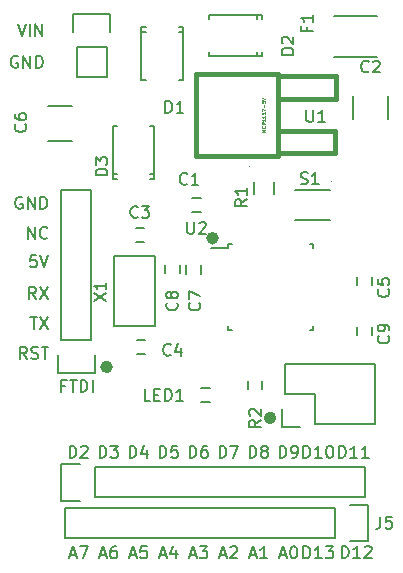
<source format=gto>
G04 #@! TF.FileFunction,Legend,Top*
%FSLAX46Y46*%
G04 Gerber Fmt 4.6, Leading zero omitted, Abs format (unit mm)*
G04 Created by KiCad (PCBNEW 4.0.1-3.201512221402+6198~38~ubuntu14.04.1-stable) date Tue 12 Jul 2016 08:06:01 PM PDT*
%MOMM*%
G01*
G04 APERTURE LIST*
%ADD10C,0.100000*%
%ADD11C,0.177800*%
%ADD12C,0.203200*%
%ADD13C,0.508000*%
%ADD14C,0.150000*%
%ADD15C,0.381000*%
%ADD16C,0.152400*%
%ADD17C,0.074930*%
%ADD18C,0.076200*%
G04 APERTURE END LIST*
D10*
D11*
X134222067Y-125681619D02*
X134222067Y-124665619D01*
X134463972Y-124665619D01*
X134609114Y-124714000D01*
X134705876Y-124810762D01*
X134754257Y-124907524D01*
X134802638Y-125101048D01*
X134802638Y-125246190D01*
X134754257Y-125439714D01*
X134705876Y-125536476D01*
X134609114Y-125633238D01*
X134463972Y-125681619D01*
X134222067Y-125681619D01*
X135770257Y-125681619D02*
X135189686Y-125681619D01*
X135479972Y-125681619D02*
X135479972Y-124665619D01*
X135383210Y-124810762D01*
X135286448Y-124907524D01*
X135189686Y-124955905D01*
X136737876Y-125681619D02*
X136157305Y-125681619D01*
X136447591Y-125681619D02*
X136447591Y-124665619D01*
X136350829Y-124810762D01*
X136254067Y-124907524D01*
X136157305Y-124955905D01*
X131224867Y-125681619D02*
X131224867Y-124665619D01*
X131466772Y-124665619D01*
X131611914Y-124714000D01*
X131708676Y-124810762D01*
X131757057Y-124907524D01*
X131805438Y-125101048D01*
X131805438Y-125246190D01*
X131757057Y-125439714D01*
X131708676Y-125536476D01*
X131611914Y-125633238D01*
X131466772Y-125681619D01*
X131224867Y-125681619D01*
X132773057Y-125681619D02*
X132192486Y-125681619D01*
X132482772Y-125681619D02*
X132482772Y-124665619D01*
X132386010Y-124810762D01*
X132289248Y-124907524D01*
X132192486Y-124955905D01*
X133402010Y-124665619D02*
X133498771Y-124665619D01*
X133595533Y-124714000D01*
X133643914Y-124762381D01*
X133692295Y-124859143D01*
X133740676Y-125052667D01*
X133740676Y-125294571D01*
X133692295Y-125488095D01*
X133643914Y-125584857D01*
X133595533Y-125633238D01*
X133498771Y-125681619D01*
X133402010Y-125681619D01*
X133305248Y-125633238D01*
X133256867Y-125584857D01*
X133208486Y-125488095D01*
X133160105Y-125294571D01*
X133160105Y-125052667D01*
X133208486Y-124859143D01*
X133256867Y-124762381D01*
X133305248Y-124714000D01*
X133402010Y-124665619D01*
X129195286Y-125681619D02*
X129195286Y-124665619D01*
X129437191Y-124665619D01*
X129582333Y-124714000D01*
X129679095Y-124810762D01*
X129727476Y-124907524D01*
X129775857Y-125101048D01*
X129775857Y-125246190D01*
X129727476Y-125439714D01*
X129679095Y-125536476D01*
X129582333Y-125633238D01*
X129437191Y-125681619D01*
X129195286Y-125681619D01*
X130259667Y-125681619D02*
X130453191Y-125681619D01*
X130549952Y-125633238D01*
X130598333Y-125584857D01*
X130695095Y-125439714D01*
X130743476Y-125246190D01*
X130743476Y-124859143D01*
X130695095Y-124762381D01*
X130646714Y-124714000D01*
X130549952Y-124665619D01*
X130356429Y-124665619D01*
X130259667Y-124714000D01*
X130211286Y-124762381D01*
X130162905Y-124859143D01*
X130162905Y-125101048D01*
X130211286Y-125197810D01*
X130259667Y-125246190D01*
X130356429Y-125294571D01*
X130549952Y-125294571D01*
X130646714Y-125246190D01*
X130695095Y-125197810D01*
X130743476Y-125101048D01*
X126655286Y-125681619D02*
X126655286Y-124665619D01*
X126897191Y-124665619D01*
X127042333Y-124714000D01*
X127139095Y-124810762D01*
X127187476Y-124907524D01*
X127235857Y-125101048D01*
X127235857Y-125246190D01*
X127187476Y-125439714D01*
X127139095Y-125536476D01*
X127042333Y-125633238D01*
X126897191Y-125681619D01*
X126655286Y-125681619D01*
X127816429Y-125101048D02*
X127719667Y-125052667D01*
X127671286Y-125004286D01*
X127622905Y-124907524D01*
X127622905Y-124859143D01*
X127671286Y-124762381D01*
X127719667Y-124714000D01*
X127816429Y-124665619D01*
X128009952Y-124665619D01*
X128106714Y-124714000D01*
X128155095Y-124762381D01*
X128203476Y-124859143D01*
X128203476Y-124907524D01*
X128155095Y-125004286D01*
X128106714Y-125052667D01*
X128009952Y-125101048D01*
X127816429Y-125101048D01*
X127719667Y-125149429D01*
X127671286Y-125197810D01*
X127622905Y-125294571D01*
X127622905Y-125488095D01*
X127671286Y-125584857D01*
X127719667Y-125633238D01*
X127816429Y-125681619D01*
X128009952Y-125681619D01*
X128106714Y-125633238D01*
X128155095Y-125584857D01*
X128203476Y-125488095D01*
X128203476Y-125294571D01*
X128155095Y-125197810D01*
X128106714Y-125149429D01*
X128009952Y-125101048D01*
X124115286Y-125681619D02*
X124115286Y-124665619D01*
X124357191Y-124665619D01*
X124502333Y-124714000D01*
X124599095Y-124810762D01*
X124647476Y-124907524D01*
X124695857Y-125101048D01*
X124695857Y-125246190D01*
X124647476Y-125439714D01*
X124599095Y-125536476D01*
X124502333Y-125633238D01*
X124357191Y-125681619D01*
X124115286Y-125681619D01*
X125034524Y-124665619D02*
X125711857Y-124665619D01*
X125276429Y-125681619D01*
X121575286Y-125681619D02*
X121575286Y-124665619D01*
X121817191Y-124665619D01*
X121962333Y-124714000D01*
X122059095Y-124810762D01*
X122107476Y-124907524D01*
X122155857Y-125101048D01*
X122155857Y-125246190D01*
X122107476Y-125439714D01*
X122059095Y-125536476D01*
X121962333Y-125633238D01*
X121817191Y-125681619D01*
X121575286Y-125681619D01*
X123026714Y-124665619D02*
X122833191Y-124665619D01*
X122736429Y-124714000D01*
X122688048Y-124762381D01*
X122591286Y-124907524D01*
X122542905Y-125101048D01*
X122542905Y-125488095D01*
X122591286Y-125584857D01*
X122639667Y-125633238D01*
X122736429Y-125681619D01*
X122929952Y-125681619D01*
X123026714Y-125633238D01*
X123075095Y-125584857D01*
X123123476Y-125488095D01*
X123123476Y-125246190D01*
X123075095Y-125149429D01*
X123026714Y-125101048D01*
X122929952Y-125052667D01*
X122736429Y-125052667D01*
X122639667Y-125101048D01*
X122591286Y-125149429D01*
X122542905Y-125246190D01*
X119035286Y-125681619D02*
X119035286Y-124665619D01*
X119277191Y-124665619D01*
X119422333Y-124714000D01*
X119519095Y-124810762D01*
X119567476Y-124907524D01*
X119615857Y-125101048D01*
X119615857Y-125246190D01*
X119567476Y-125439714D01*
X119519095Y-125536476D01*
X119422333Y-125633238D01*
X119277191Y-125681619D01*
X119035286Y-125681619D01*
X120535095Y-124665619D02*
X120051286Y-124665619D01*
X120002905Y-125149429D01*
X120051286Y-125101048D01*
X120148048Y-125052667D01*
X120389952Y-125052667D01*
X120486714Y-125101048D01*
X120535095Y-125149429D01*
X120583476Y-125246190D01*
X120583476Y-125488095D01*
X120535095Y-125584857D01*
X120486714Y-125633238D01*
X120389952Y-125681619D01*
X120148048Y-125681619D01*
X120051286Y-125633238D01*
X120002905Y-125584857D01*
X116495286Y-125681619D02*
X116495286Y-124665619D01*
X116737191Y-124665619D01*
X116882333Y-124714000D01*
X116979095Y-124810762D01*
X117027476Y-124907524D01*
X117075857Y-125101048D01*
X117075857Y-125246190D01*
X117027476Y-125439714D01*
X116979095Y-125536476D01*
X116882333Y-125633238D01*
X116737191Y-125681619D01*
X116495286Y-125681619D01*
X117946714Y-125004286D02*
X117946714Y-125681619D01*
X117704810Y-124617238D02*
X117462905Y-125342952D01*
X118091857Y-125342952D01*
X113955286Y-125681619D02*
X113955286Y-124665619D01*
X114197191Y-124665619D01*
X114342333Y-124714000D01*
X114439095Y-124810762D01*
X114487476Y-124907524D01*
X114535857Y-125101048D01*
X114535857Y-125246190D01*
X114487476Y-125439714D01*
X114439095Y-125536476D01*
X114342333Y-125633238D01*
X114197191Y-125681619D01*
X113955286Y-125681619D01*
X114874524Y-124665619D02*
X115503476Y-124665619D01*
X115164810Y-125052667D01*
X115309952Y-125052667D01*
X115406714Y-125101048D01*
X115455095Y-125149429D01*
X115503476Y-125246190D01*
X115503476Y-125488095D01*
X115455095Y-125584857D01*
X115406714Y-125633238D01*
X115309952Y-125681619D01*
X115019667Y-125681619D01*
X114922905Y-125633238D01*
X114874524Y-125584857D01*
X111415286Y-125681619D02*
X111415286Y-124665619D01*
X111657191Y-124665619D01*
X111802333Y-124714000D01*
X111899095Y-124810762D01*
X111947476Y-124907524D01*
X111995857Y-125101048D01*
X111995857Y-125246190D01*
X111947476Y-125439714D01*
X111899095Y-125536476D01*
X111802333Y-125633238D01*
X111657191Y-125681619D01*
X111415286Y-125681619D01*
X112382905Y-124762381D02*
X112431286Y-124714000D01*
X112528048Y-124665619D01*
X112769952Y-124665619D01*
X112866714Y-124714000D01*
X112915095Y-124762381D01*
X112963476Y-124859143D01*
X112963476Y-124955905D01*
X112915095Y-125101048D01*
X112334524Y-125681619D01*
X112963476Y-125681619D01*
X134476067Y-134165219D02*
X134476067Y-133149219D01*
X134717972Y-133149219D01*
X134863114Y-133197600D01*
X134959876Y-133294362D01*
X135008257Y-133391124D01*
X135056638Y-133584648D01*
X135056638Y-133729790D01*
X135008257Y-133923314D01*
X134959876Y-134020076D01*
X134863114Y-134116838D01*
X134717972Y-134165219D01*
X134476067Y-134165219D01*
X136024257Y-134165219D02*
X135443686Y-134165219D01*
X135733972Y-134165219D02*
X135733972Y-133149219D01*
X135637210Y-133294362D01*
X135540448Y-133391124D01*
X135443686Y-133439505D01*
X136411305Y-133245981D02*
X136459686Y-133197600D01*
X136556448Y-133149219D01*
X136798352Y-133149219D01*
X136895114Y-133197600D01*
X136943495Y-133245981D01*
X136991876Y-133342743D01*
X136991876Y-133439505D01*
X136943495Y-133584648D01*
X136362924Y-134165219D01*
X136991876Y-134165219D01*
X131224867Y-134190619D02*
X131224867Y-133174619D01*
X131466772Y-133174619D01*
X131611914Y-133223000D01*
X131708676Y-133319762D01*
X131757057Y-133416524D01*
X131805438Y-133610048D01*
X131805438Y-133755190D01*
X131757057Y-133948714D01*
X131708676Y-134045476D01*
X131611914Y-134142238D01*
X131466772Y-134190619D01*
X131224867Y-134190619D01*
X132773057Y-134190619D02*
X132192486Y-134190619D01*
X132482772Y-134190619D02*
X132482772Y-133174619D01*
X132386010Y-133319762D01*
X132289248Y-133416524D01*
X132192486Y-133464905D01*
X133111724Y-133174619D02*
X133740676Y-133174619D01*
X133402010Y-133561667D01*
X133547152Y-133561667D01*
X133643914Y-133610048D01*
X133692295Y-133658429D01*
X133740676Y-133755190D01*
X133740676Y-133997095D01*
X133692295Y-134093857D01*
X133643914Y-134142238D01*
X133547152Y-134190619D01*
X133256867Y-134190619D01*
X133160105Y-134142238D01*
X133111724Y-134093857D01*
X129241248Y-133900333D02*
X129725057Y-133900333D01*
X129144486Y-134190619D02*
X129483153Y-133174619D01*
X129821819Y-134190619D01*
X130354010Y-133174619D02*
X130450771Y-133174619D01*
X130547533Y-133223000D01*
X130595914Y-133271381D01*
X130644295Y-133368143D01*
X130692676Y-133561667D01*
X130692676Y-133803571D01*
X130644295Y-133997095D01*
X130595914Y-134093857D01*
X130547533Y-134142238D01*
X130450771Y-134190619D01*
X130354010Y-134190619D01*
X130257248Y-134142238D01*
X130208867Y-134093857D01*
X130160486Y-133997095D01*
X130112105Y-133803571D01*
X130112105Y-133561667D01*
X130160486Y-133368143D01*
X130208867Y-133271381D01*
X130257248Y-133223000D01*
X130354010Y-133174619D01*
X126701248Y-133900333D02*
X127185057Y-133900333D01*
X126604486Y-134190619D02*
X126943153Y-133174619D01*
X127281819Y-134190619D01*
X128152676Y-134190619D02*
X127572105Y-134190619D01*
X127862391Y-134190619D02*
X127862391Y-133174619D01*
X127765629Y-133319762D01*
X127668867Y-133416524D01*
X127572105Y-133464905D01*
X124161248Y-133900333D02*
X124645057Y-133900333D01*
X124064486Y-134190619D02*
X124403153Y-133174619D01*
X124741819Y-134190619D01*
X125032105Y-133271381D02*
X125080486Y-133223000D01*
X125177248Y-133174619D01*
X125419152Y-133174619D01*
X125515914Y-133223000D01*
X125564295Y-133271381D01*
X125612676Y-133368143D01*
X125612676Y-133464905D01*
X125564295Y-133610048D01*
X124983724Y-134190619D01*
X125612676Y-134190619D01*
X121621248Y-133900333D02*
X122105057Y-133900333D01*
X121524486Y-134190619D02*
X121863153Y-133174619D01*
X122201819Y-134190619D01*
X122443724Y-133174619D02*
X123072676Y-133174619D01*
X122734010Y-133561667D01*
X122879152Y-133561667D01*
X122975914Y-133610048D01*
X123024295Y-133658429D01*
X123072676Y-133755190D01*
X123072676Y-133997095D01*
X123024295Y-134093857D01*
X122975914Y-134142238D01*
X122879152Y-134190619D01*
X122588867Y-134190619D01*
X122492105Y-134142238D01*
X122443724Y-134093857D01*
X119081248Y-133900333D02*
X119565057Y-133900333D01*
X118984486Y-134190619D02*
X119323153Y-133174619D01*
X119661819Y-134190619D01*
X120435914Y-133513286D02*
X120435914Y-134190619D01*
X120194010Y-133126238D02*
X119952105Y-133851952D01*
X120581057Y-133851952D01*
X116541248Y-133900333D02*
X117025057Y-133900333D01*
X116444486Y-134190619D02*
X116783153Y-133174619D01*
X117121819Y-134190619D01*
X117944295Y-133174619D02*
X117460486Y-133174619D01*
X117412105Y-133658429D01*
X117460486Y-133610048D01*
X117557248Y-133561667D01*
X117799152Y-133561667D01*
X117895914Y-133610048D01*
X117944295Y-133658429D01*
X117992676Y-133755190D01*
X117992676Y-133997095D01*
X117944295Y-134093857D01*
X117895914Y-134142238D01*
X117799152Y-134190619D01*
X117557248Y-134190619D01*
X117460486Y-134142238D01*
X117412105Y-134093857D01*
X114001248Y-133900333D02*
X114485057Y-133900333D01*
X113904486Y-134190619D02*
X114243153Y-133174619D01*
X114581819Y-134190619D01*
X115355914Y-133174619D02*
X115162391Y-133174619D01*
X115065629Y-133223000D01*
X115017248Y-133271381D01*
X114920486Y-133416524D01*
X114872105Y-133610048D01*
X114872105Y-133997095D01*
X114920486Y-134093857D01*
X114968867Y-134142238D01*
X115065629Y-134190619D01*
X115259152Y-134190619D01*
X115355914Y-134142238D01*
X115404295Y-134093857D01*
X115452676Y-133997095D01*
X115452676Y-133755190D01*
X115404295Y-133658429D01*
X115355914Y-133610048D01*
X115259152Y-133561667D01*
X115065629Y-133561667D01*
X114968867Y-133610048D01*
X114920486Y-133658429D01*
X114872105Y-133755190D01*
X111461248Y-133900333D02*
X111945057Y-133900333D01*
X111364486Y-134190619D02*
X111703153Y-133174619D01*
X112041819Y-134190619D01*
X112283724Y-133174619D02*
X112961057Y-133174619D01*
X112525629Y-134190619D01*
D12*
X111050009Y-119561429D02*
X110711343Y-119561429D01*
X110711343Y-120093619D02*
X110711343Y-119077619D01*
X111195152Y-119077619D01*
X111437057Y-119077619D02*
X112017628Y-119077619D01*
X111727343Y-120093619D02*
X111727343Y-119077619D01*
X112356295Y-120093619D02*
X112356295Y-119077619D01*
X112598200Y-119077619D01*
X112743342Y-119126000D01*
X112840104Y-119222762D01*
X112888485Y-119319524D01*
X112936866Y-119513048D01*
X112936866Y-119658190D01*
X112888485Y-119851714D01*
X112840104Y-119948476D01*
X112743342Y-120045238D01*
X112598200Y-120093619D01*
X112356295Y-120093619D01*
X113372295Y-120093619D02*
X113372295Y-119077619D01*
X107889524Y-107139619D02*
X107889524Y-106123619D01*
X108470095Y-107139619D01*
X108470095Y-106123619D01*
X109534476Y-107042857D02*
X109486095Y-107091238D01*
X109340952Y-107139619D01*
X109244190Y-107139619D01*
X109099048Y-107091238D01*
X109002286Y-106994476D01*
X108953905Y-106897714D01*
X108905524Y-106704190D01*
X108905524Y-106559048D01*
X108953905Y-106365524D01*
X109002286Y-106268762D01*
X109099048Y-106172000D01*
X109244190Y-106123619D01*
X109340952Y-106123619D01*
X109486095Y-106172000D01*
X109534476Y-106220381D01*
D13*
X114837981Y-117983000D02*
G75*
G03X114837981Y-117983000I-283981J0D01*
G01*
X123804181Y-107086400D02*
G75*
G03X123804181Y-107086400I-283981J0D01*
G01*
X128680981Y-122301000D02*
G75*
G03X128680981Y-122301000I-283981J0D01*
G01*
D12*
X107024714Y-91694000D02*
X106927952Y-91645619D01*
X106782809Y-91645619D01*
X106637667Y-91694000D01*
X106540905Y-91790762D01*
X106492524Y-91887524D01*
X106444143Y-92081048D01*
X106444143Y-92226190D01*
X106492524Y-92419714D01*
X106540905Y-92516476D01*
X106637667Y-92613238D01*
X106782809Y-92661619D01*
X106879571Y-92661619D01*
X107024714Y-92613238D01*
X107073095Y-92564857D01*
X107073095Y-92226190D01*
X106879571Y-92226190D01*
X107508524Y-92661619D02*
X107508524Y-91645619D01*
X108089095Y-92661619D01*
X108089095Y-91645619D01*
X108572905Y-92661619D02*
X108572905Y-91645619D01*
X108814810Y-91645619D01*
X108959952Y-91694000D01*
X109056714Y-91790762D01*
X109105095Y-91887524D01*
X109153476Y-92081048D01*
X109153476Y-92226190D01*
X109105095Y-92419714D01*
X109056714Y-92516476D01*
X108959952Y-92613238D01*
X108814810Y-92661619D01*
X108572905Y-92661619D01*
X107024714Y-88978619D02*
X107363381Y-89994619D01*
X107702047Y-88978619D01*
X108040714Y-89994619D02*
X108040714Y-88978619D01*
X108524524Y-89994619D02*
X108524524Y-88978619D01*
X109105095Y-89994619D01*
X109105095Y-88978619D01*
X107792762Y-117299619D02*
X107454096Y-116815810D01*
X107212191Y-117299619D02*
X107212191Y-116283619D01*
X107599238Y-116283619D01*
X107696000Y-116332000D01*
X107744381Y-116380381D01*
X107792762Y-116477143D01*
X107792762Y-116622286D01*
X107744381Y-116719048D01*
X107696000Y-116767429D01*
X107599238Y-116815810D01*
X107212191Y-116815810D01*
X108179810Y-117251238D02*
X108324953Y-117299619D01*
X108566857Y-117299619D01*
X108663619Y-117251238D01*
X108712000Y-117202857D01*
X108760381Y-117106095D01*
X108760381Y-117009333D01*
X108712000Y-116912571D01*
X108663619Y-116864190D01*
X108566857Y-116815810D01*
X108373334Y-116767429D01*
X108276572Y-116719048D01*
X108228191Y-116670667D01*
X108179810Y-116573905D01*
X108179810Y-116477143D01*
X108228191Y-116380381D01*
X108276572Y-116332000D01*
X108373334Y-116283619D01*
X108615238Y-116283619D01*
X108760381Y-116332000D01*
X109050667Y-116283619D02*
X109631238Y-116283619D01*
X109340953Y-117299619D02*
X109340953Y-116283619D01*
X108083048Y-113743619D02*
X108663619Y-113743619D01*
X108373334Y-114759619D02*
X108373334Y-113743619D01*
X108905524Y-113743619D02*
X109582857Y-114759619D01*
X109582857Y-113743619D02*
X108905524Y-114759619D01*
X108566857Y-112219619D02*
X108228191Y-111735810D01*
X107986286Y-112219619D02*
X107986286Y-111203619D01*
X108373333Y-111203619D01*
X108470095Y-111252000D01*
X108518476Y-111300381D01*
X108566857Y-111397143D01*
X108566857Y-111542286D01*
X108518476Y-111639048D01*
X108470095Y-111687429D01*
X108373333Y-111735810D01*
X107986286Y-111735810D01*
X108905524Y-111203619D02*
X109582857Y-112219619D01*
X109582857Y-111203619D02*
X108905524Y-112219619D01*
X108615238Y-108536619D02*
X108131429Y-108536619D01*
X108083048Y-109020429D01*
X108131429Y-108972048D01*
X108228191Y-108923667D01*
X108470095Y-108923667D01*
X108566857Y-108972048D01*
X108615238Y-109020429D01*
X108663619Y-109117190D01*
X108663619Y-109359095D01*
X108615238Y-109455857D01*
X108566857Y-109504238D01*
X108470095Y-109552619D01*
X108228191Y-109552619D01*
X108131429Y-109504238D01*
X108083048Y-109455857D01*
X108953905Y-108536619D02*
X109292572Y-109552619D01*
X109631238Y-108536619D01*
X107405714Y-103632000D02*
X107308952Y-103583619D01*
X107163809Y-103583619D01*
X107018667Y-103632000D01*
X106921905Y-103728762D01*
X106873524Y-103825524D01*
X106825143Y-104019048D01*
X106825143Y-104164190D01*
X106873524Y-104357714D01*
X106921905Y-104454476D01*
X107018667Y-104551238D01*
X107163809Y-104599619D01*
X107260571Y-104599619D01*
X107405714Y-104551238D01*
X107454095Y-104502857D01*
X107454095Y-104164190D01*
X107260571Y-104164190D01*
X107889524Y-104599619D02*
X107889524Y-103583619D01*
X108470095Y-104599619D01*
X108470095Y-103583619D01*
X108953905Y-104599619D02*
X108953905Y-103583619D01*
X109195810Y-103583619D01*
X109340952Y-103632000D01*
X109437714Y-103728762D01*
X109486095Y-103825524D01*
X109534476Y-104019048D01*
X109534476Y-104164190D01*
X109486095Y-104357714D01*
X109437714Y-104454476D01*
X109340952Y-104551238D01*
X109195810Y-104599619D01*
X108953905Y-104599619D01*
D14*
X124822800Y-107576200D02*
X124822800Y-107901200D01*
X132072800Y-107576200D02*
X132072800Y-107901200D01*
X132072800Y-114826200D02*
X132072800Y-114501200D01*
X124822800Y-114826200D02*
X124822800Y-114501200D01*
X124822800Y-107576200D02*
X125147800Y-107576200D01*
X124822800Y-114826200D02*
X125147800Y-114826200D01*
X132072800Y-114826200D02*
X131747800Y-114826200D01*
X132072800Y-107576200D02*
X131747800Y-107576200D01*
X124822800Y-107901200D02*
X123397800Y-107901200D01*
X133468320Y-103017000D02*
X130468320Y-103017000D01*
X133468320Y-105517000D02*
X130468320Y-105517000D01*
D10*
X133575000Y-102267000D02*
X133575000Y-102267000D01*
X126652980Y-100953820D02*
X126652980Y-100953820D01*
D14*
X122524000Y-104867000D02*
X121824000Y-104867000D01*
X121824000Y-103667000D02*
X122524000Y-103667000D01*
X138381000Y-97012000D02*
X138381000Y-95012000D01*
X135431000Y-95012000D02*
X135431000Y-97012000D01*
X117010000Y-106207000D02*
X117710000Y-106207000D01*
X117710000Y-107407000D02*
X117010000Y-107407000D01*
X117825000Y-116932000D02*
X117125000Y-116932000D01*
X117125000Y-115732000D02*
X117825000Y-115732000D01*
X135798000Y-111094000D02*
X135798000Y-110394000D01*
X136998000Y-110394000D02*
X136998000Y-111094000D01*
X109617000Y-98884000D02*
X111617000Y-98884000D01*
X111617000Y-95934000D02*
X109617000Y-95934000D01*
X121320000Y-110090000D02*
X121320000Y-109390000D01*
X122520000Y-109390000D02*
X122520000Y-110090000D01*
X119542000Y-110078000D02*
X119542000Y-109378000D01*
X120742000Y-109378000D02*
X120742000Y-110078000D01*
X136998000Y-114585000D02*
X136998000Y-115285000D01*
X135798000Y-115285000D02*
X135798000Y-114585000D01*
X117502940Y-89640860D02*
X117853460Y-89640860D01*
X121003060Y-89640860D02*
X120652540Y-89640860D01*
X117502940Y-93690440D02*
X117853460Y-93690440D01*
X117502940Y-89189560D02*
X117853460Y-89189560D01*
X121003060Y-89189560D02*
X120652540Y-89189560D01*
X121003060Y-93690440D02*
X120652540Y-93690440D01*
X117502940Y-89189560D02*
X117502940Y-93690440D01*
X121003060Y-89189560D02*
X121003060Y-93690440D01*
X127275140Y-88165940D02*
X127275140Y-88516460D01*
X127275140Y-91666060D02*
X127275140Y-91315540D01*
X123225560Y-88165940D02*
X123225560Y-88516460D01*
X127726440Y-88165940D02*
X127726440Y-88516460D01*
X127726440Y-91666060D02*
X127726440Y-91315540D01*
X123225560Y-91666060D02*
X123225560Y-91315540D01*
X127726440Y-88165940D02*
X123225560Y-88165940D01*
X127726440Y-91666060D02*
X123225560Y-91666060D01*
X118590060Y-101621140D02*
X118239540Y-101621140D01*
X115089940Y-101621140D02*
X115440460Y-101621140D01*
X118590060Y-97571560D02*
X118239540Y-97571560D01*
X118590060Y-102072440D02*
X118239540Y-102072440D01*
X115089940Y-102072440D02*
X115440460Y-102072440D01*
X115089940Y-97571560D02*
X115440460Y-97571560D01*
X118590060Y-102072440D02*
X118590060Y-97571560D01*
X115089940Y-102072440D02*
X115089940Y-97571560D01*
X133836000Y-91768000D02*
X137436000Y-91768000D01*
X137436000Y-88318000D02*
X133836000Y-88318000D01*
X114554000Y-90932000D02*
X114554000Y-93472000D01*
X114834000Y-88112000D02*
X114834000Y-89662000D01*
X114554000Y-90932000D02*
X112014000Y-90932000D01*
X111734000Y-89662000D02*
X111734000Y-88112000D01*
X111734000Y-88112000D02*
X114834000Y-88112000D01*
X112014000Y-90932000D02*
X112014000Y-93472000D01*
X112014000Y-93472000D02*
X114554000Y-93472000D01*
X113538000Y-126492000D02*
X136398000Y-126492000D01*
X136398000Y-126492000D02*
X136398000Y-129032000D01*
X136398000Y-129032000D02*
X113538000Y-129032000D01*
X110718000Y-126212000D02*
X112268000Y-126212000D01*
X113538000Y-126492000D02*
X113538000Y-129032000D01*
X112268000Y-129312000D02*
X110718000Y-129312000D01*
X110718000Y-129312000D02*
X110718000Y-126212000D01*
X133883400Y-132486400D02*
X111023400Y-132486400D01*
X111023400Y-132486400D02*
X111023400Y-129946400D01*
X111023400Y-129946400D02*
X133883400Y-129946400D01*
X136703400Y-132766400D02*
X135153400Y-132766400D01*
X133883400Y-132486400D02*
X133883400Y-129946400D01*
X135153400Y-129666400D02*
X136703400Y-129666400D01*
X136703400Y-129666400D02*
X136703400Y-132766400D01*
X122586000Y-119796000D02*
X123286000Y-119796000D01*
X123286000Y-120996000D02*
X122586000Y-120996000D01*
X128739000Y-103370000D02*
X128739000Y-102370000D01*
X127039000Y-102370000D02*
X127039000Y-103370000D01*
X127727000Y-119145000D02*
X127727000Y-119845000D01*
X126527000Y-119845000D02*
X126527000Y-119145000D01*
D15*
X133951980Y-95298260D02*
X129052320Y-95298260D01*
X133951980Y-95298260D02*
X133951980Y-93395800D01*
X133951980Y-93395800D02*
X129052320Y-93395800D01*
X133903720Y-99898200D02*
X129052320Y-99898200D01*
X133903720Y-99898200D02*
X133903720Y-97995740D01*
X133903720Y-97995740D02*
X129052320Y-97995740D01*
X122153680Y-100096320D02*
X122153680Y-93197680D01*
X122153680Y-93197680D02*
X129052320Y-93197680D01*
X129052320Y-93197680D02*
X129052320Y-100096320D01*
X129052320Y-100096320D02*
X122153680Y-100096320D01*
D16*
X115189000Y-108559600D02*
X118694200Y-108559600D01*
X115189000Y-108559600D02*
X115189000Y-114554000D01*
X118694200Y-108559600D02*
X118694200Y-114554000D01*
X115189000Y-114554000D02*
X118694200Y-114554000D01*
D14*
X110718600Y-115722400D02*
X110718600Y-103022400D01*
X110718600Y-103022400D02*
X113258600Y-103022400D01*
X113258600Y-103022400D02*
X113258600Y-115722400D01*
X110438600Y-118542400D02*
X110438600Y-116992400D01*
X110718600Y-115722400D02*
X113258600Y-115722400D01*
X113538600Y-116992400D02*
X113538600Y-118542400D01*
X113538600Y-118542400D02*
X110438600Y-118542400D01*
X132207000Y-122809000D02*
X137287000Y-122809000D01*
X129387000Y-123089000D02*
X129387000Y-121539000D01*
X129667000Y-120269000D02*
X132207000Y-120269000D01*
X132207000Y-120269000D02*
X132207000Y-122809000D01*
X137287000Y-122809000D02*
X137287000Y-117729000D01*
X137287000Y-117729000D02*
X132207000Y-117729000D01*
X129387000Y-123089000D02*
X130937000Y-123089000D01*
X129667000Y-117729000D02*
X129667000Y-120269000D01*
X132207000Y-117729000D02*
X129667000Y-117729000D01*
X121386695Y-105725981D02*
X121386695Y-106535505D01*
X121434314Y-106630743D01*
X121481933Y-106678362D01*
X121577171Y-106725981D01*
X121767648Y-106725981D01*
X121862886Y-106678362D01*
X121910505Y-106630743D01*
X121958124Y-106535505D01*
X121958124Y-105725981D01*
X122386695Y-105821219D02*
X122434314Y-105773600D01*
X122529552Y-105725981D01*
X122767648Y-105725981D01*
X122862886Y-105773600D01*
X122910505Y-105821219D01*
X122958124Y-105916457D01*
X122958124Y-106011695D01*
X122910505Y-106154552D01*
X122339076Y-106725981D01*
X122958124Y-106725981D01*
X130994455Y-102467042D02*
X131137312Y-102514661D01*
X131375408Y-102514661D01*
X131470646Y-102467042D01*
X131518265Y-102419423D01*
X131565884Y-102324185D01*
X131565884Y-102228947D01*
X131518265Y-102133709D01*
X131470646Y-102086090D01*
X131375408Y-102038470D01*
X131184931Y-101990851D01*
X131089693Y-101943232D01*
X131042074Y-101895613D01*
X130994455Y-101800375D01*
X130994455Y-101705137D01*
X131042074Y-101609899D01*
X131089693Y-101562280D01*
X131184931Y-101514661D01*
X131423027Y-101514661D01*
X131565884Y-101562280D01*
X132518265Y-102514661D02*
X131946836Y-102514661D01*
X132232550Y-102514661D02*
X132232550Y-101514661D01*
X132137312Y-101657518D01*
X132042074Y-101752756D01*
X131946836Y-101800375D01*
X121372334Y-102465143D02*
X121324715Y-102512762D01*
X121181858Y-102560381D01*
X121086620Y-102560381D01*
X120943762Y-102512762D01*
X120848524Y-102417524D01*
X120800905Y-102322286D01*
X120753286Y-102131810D01*
X120753286Y-101988952D01*
X120800905Y-101798476D01*
X120848524Y-101703238D01*
X120943762Y-101608000D01*
X121086620Y-101560381D01*
X121181858Y-101560381D01*
X121324715Y-101608000D01*
X121372334Y-101655619D01*
X122324715Y-102560381D02*
X121753286Y-102560381D01*
X122039000Y-102560381D02*
X122039000Y-101560381D01*
X121943762Y-101703238D01*
X121848524Y-101798476D01*
X121753286Y-101846095D01*
X136739334Y-92964143D02*
X136691715Y-93011762D01*
X136548858Y-93059381D01*
X136453620Y-93059381D01*
X136310762Y-93011762D01*
X136215524Y-92916524D01*
X136167905Y-92821286D01*
X136120286Y-92630810D01*
X136120286Y-92487952D01*
X136167905Y-92297476D01*
X136215524Y-92202238D01*
X136310762Y-92107000D01*
X136453620Y-92059381D01*
X136548858Y-92059381D01*
X136691715Y-92107000D01*
X136739334Y-92154619D01*
X137120286Y-92154619D02*
X137167905Y-92107000D01*
X137263143Y-92059381D01*
X137501239Y-92059381D01*
X137596477Y-92107000D01*
X137644096Y-92154619D01*
X137691715Y-92249857D01*
X137691715Y-92345095D01*
X137644096Y-92487952D01*
X137072667Y-93059381D01*
X137691715Y-93059381D01*
X117193334Y-105264143D02*
X117145715Y-105311762D01*
X117002858Y-105359381D01*
X116907620Y-105359381D01*
X116764762Y-105311762D01*
X116669524Y-105216524D01*
X116621905Y-105121286D01*
X116574286Y-104930810D01*
X116574286Y-104787952D01*
X116621905Y-104597476D01*
X116669524Y-104502238D01*
X116764762Y-104407000D01*
X116907620Y-104359381D01*
X117002858Y-104359381D01*
X117145715Y-104407000D01*
X117193334Y-104454619D01*
X117526667Y-104359381D02*
X118145715Y-104359381D01*
X117812381Y-104740333D01*
X117955239Y-104740333D01*
X118050477Y-104787952D01*
X118098096Y-104835571D01*
X118145715Y-104930810D01*
X118145715Y-105168905D01*
X118098096Y-105264143D01*
X118050477Y-105311762D01*
X117955239Y-105359381D01*
X117669524Y-105359381D01*
X117574286Y-105311762D01*
X117526667Y-105264143D01*
X119975334Y-116943143D02*
X119927715Y-116990762D01*
X119784858Y-117038381D01*
X119689620Y-117038381D01*
X119546762Y-116990762D01*
X119451524Y-116895524D01*
X119403905Y-116800286D01*
X119356286Y-116609810D01*
X119356286Y-116466952D01*
X119403905Y-116276476D01*
X119451524Y-116181238D01*
X119546762Y-116086000D01*
X119689620Y-116038381D01*
X119784858Y-116038381D01*
X119927715Y-116086000D01*
X119975334Y-116133619D01*
X120832477Y-116371714D02*
X120832477Y-117038381D01*
X120594381Y-115990762D02*
X120356286Y-116705048D01*
X120975334Y-116705048D01*
X138406143Y-111418666D02*
X138453762Y-111466285D01*
X138501381Y-111609142D01*
X138501381Y-111704380D01*
X138453762Y-111847238D01*
X138358524Y-111942476D01*
X138263286Y-111990095D01*
X138072810Y-112037714D01*
X137929952Y-112037714D01*
X137739476Y-111990095D01*
X137644238Y-111942476D01*
X137549000Y-111847238D01*
X137501381Y-111704380D01*
X137501381Y-111609142D01*
X137549000Y-111466285D01*
X137596619Y-111418666D01*
X137501381Y-110513904D02*
X137501381Y-110990095D01*
X137977571Y-111037714D01*
X137929952Y-110990095D01*
X137882333Y-110894857D01*
X137882333Y-110656761D01*
X137929952Y-110561523D01*
X137977571Y-110513904D01*
X138072810Y-110466285D01*
X138310905Y-110466285D01*
X138406143Y-110513904D01*
X138453762Y-110561523D01*
X138501381Y-110656761D01*
X138501381Y-110894857D01*
X138453762Y-110990095D01*
X138406143Y-111037714D01*
X107672143Y-97448666D02*
X107719762Y-97496285D01*
X107767381Y-97639142D01*
X107767381Y-97734380D01*
X107719762Y-97877238D01*
X107624524Y-97972476D01*
X107529286Y-98020095D01*
X107338810Y-98067714D01*
X107195952Y-98067714D01*
X107005476Y-98020095D01*
X106910238Y-97972476D01*
X106815000Y-97877238D01*
X106767381Y-97734380D01*
X106767381Y-97639142D01*
X106815000Y-97496285D01*
X106862619Y-97448666D01*
X106767381Y-96591523D02*
X106767381Y-96782000D01*
X106815000Y-96877238D01*
X106862619Y-96924857D01*
X107005476Y-97020095D01*
X107195952Y-97067714D01*
X107576905Y-97067714D01*
X107672143Y-97020095D01*
X107719762Y-96972476D01*
X107767381Y-96877238D01*
X107767381Y-96686761D01*
X107719762Y-96591523D01*
X107672143Y-96543904D01*
X107576905Y-96496285D01*
X107338810Y-96496285D01*
X107243571Y-96543904D01*
X107195952Y-96591523D01*
X107148333Y-96686761D01*
X107148333Y-96877238D01*
X107195952Y-96972476D01*
X107243571Y-97020095D01*
X107338810Y-97067714D01*
X122404143Y-112561666D02*
X122451762Y-112609285D01*
X122499381Y-112752142D01*
X122499381Y-112847380D01*
X122451762Y-112990238D01*
X122356524Y-113085476D01*
X122261286Y-113133095D01*
X122070810Y-113180714D01*
X121927952Y-113180714D01*
X121737476Y-113133095D01*
X121642238Y-113085476D01*
X121547000Y-112990238D01*
X121499381Y-112847380D01*
X121499381Y-112752142D01*
X121547000Y-112609285D01*
X121594619Y-112561666D01*
X121499381Y-112228333D02*
X121499381Y-111561666D01*
X122499381Y-111990238D01*
X120499143Y-112561666D02*
X120546762Y-112609285D01*
X120594381Y-112752142D01*
X120594381Y-112847380D01*
X120546762Y-112990238D01*
X120451524Y-113085476D01*
X120356286Y-113133095D01*
X120165810Y-113180714D01*
X120022952Y-113180714D01*
X119832476Y-113133095D01*
X119737238Y-113085476D01*
X119642000Y-112990238D01*
X119594381Y-112847380D01*
X119594381Y-112752142D01*
X119642000Y-112609285D01*
X119689619Y-112561666D01*
X120022952Y-111990238D02*
X119975333Y-112085476D01*
X119927714Y-112133095D01*
X119832476Y-112180714D01*
X119784857Y-112180714D01*
X119689619Y-112133095D01*
X119642000Y-112085476D01*
X119594381Y-111990238D01*
X119594381Y-111799761D01*
X119642000Y-111704523D01*
X119689619Y-111656904D01*
X119784857Y-111609285D01*
X119832476Y-111609285D01*
X119927714Y-111656904D01*
X119975333Y-111704523D01*
X120022952Y-111799761D01*
X120022952Y-111990238D01*
X120070571Y-112085476D01*
X120118190Y-112133095D01*
X120213429Y-112180714D01*
X120403905Y-112180714D01*
X120499143Y-112133095D01*
X120546762Y-112085476D01*
X120594381Y-111990238D01*
X120594381Y-111799761D01*
X120546762Y-111704523D01*
X120499143Y-111656904D01*
X120403905Y-111609285D01*
X120213429Y-111609285D01*
X120118190Y-111656904D01*
X120070571Y-111704523D01*
X120022952Y-111799761D01*
X138406143Y-115355666D02*
X138453762Y-115403285D01*
X138501381Y-115546142D01*
X138501381Y-115641380D01*
X138453762Y-115784238D01*
X138358524Y-115879476D01*
X138263286Y-115927095D01*
X138072810Y-115974714D01*
X137929952Y-115974714D01*
X137739476Y-115927095D01*
X137644238Y-115879476D01*
X137549000Y-115784238D01*
X137501381Y-115641380D01*
X137501381Y-115546142D01*
X137549000Y-115403285D01*
X137596619Y-115355666D01*
X138501381Y-114879476D02*
X138501381Y-114689000D01*
X138453762Y-114593761D01*
X138406143Y-114546142D01*
X138263286Y-114450904D01*
X138072810Y-114403285D01*
X137691857Y-114403285D01*
X137596619Y-114450904D01*
X137549000Y-114498523D01*
X137501381Y-114593761D01*
X137501381Y-114784238D01*
X137549000Y-114879476D01*
X137596619Y-114927095D01*
X137691857Y-114974714D01*
X137929952Y-114974714D01*
X138025190Y-114927095D01*
X138072810Y-114879476D01*
X138120429Y-114784238D01*
X138120429Y-114593761D01*
X138072810Y-114498523D01*
X138025190Y-114450904D01*
X137929952Y-114403285D01*
X119530905Y-96464381D02*
X119530905Y-95464381D01*
X119769000Y-95464381D01*
X119911858Y-95512000D01*
X120007096Y-95607238D01*
X120054715Y-95702476D01*
X120102334Y-95892952D01*
X120102334Y-96035810D01*
X120054715Y-96226286D01*
X120007096Y-96321524D01*
X119911858Y-96416762D01*
X119769000Y-96464381D01*
X119530905Y-96464381D01*
X121054715Y-96464381D02*
X120483286Y-96464381D01*
X120769000Y-96464381D02*
X120769000Y-95464381D01*
X120673762Y-95607238D01*
X120578524Y-95702476D01*
X120483286Y-95750095D01*
X130373381Y-91543095D02*
X129373381Y-91543095D01*
X129373381Y-91305000D01*
X129421000Y-91162142D01*
X129516238Y-91066904D01*
X129611476Y-91019285D01*
X129801952Y-90971666D01*
X129944810Y-90971666D01*
X130135286Y-91019285D01*
X130230524Y-91066904D01*
X130325762Y-91162142D01*
X130373381Y-91305000D01*
X130373381Y-91543095D01*
X129468619Y-90590714D02*
X129421000Y-90543095D01*
X129373381Y-90447857D01*
X129373381Y-90209761D01*
X129421000Y-90114523D01*
X129468619Y-90066904D01*
X129563857Y-90019285D01*
X129659095Y-90019285D01*
X129801952Y-90066904D01*
X130373381Y-90638333D01*
X130373381Y-90019285D01*
X114625381Y-101779295D02*
X113625381Y-101779295D01*
X113625381Y-101541200D01*
X113673000Y-101398342D01*
X113768238Y-101303104D01*
X113863476Y-101255485D01*
X114053952Y-101207866D01*
X114196810Y-101207866D01*
X114387286Y-101255485D01*
X114482524Y-101303104D01*
X114577762Y-101398342D01*
X114625381Y-101541200D01*
X114625381Y-101779295D01*
X113625381Y-100874533D02*
X113625381Y-100255485D01*
X114006333Y-100588819D01*
X114006333Y-100445961D01*
X114053952Y-100350723D01*
X114101571Y-100303104D01*
X114196810Y-100255485D01*
X114434905Y-100255485D01*
X114530143Y-100303104D01*
X114577762Y-100350723D01*
X114625381Y-100445961D01*
X114625381Y-100731676D01*
X114577762Y-100826914D01*
X114530143Y-100874533D01*
X131500571Y-89233333D02*
X131500571Y-89566667D01*
X132024381Y-89566667D02*
X131024381Y-89566667D01*
X131024381Y-89090476D01*
X132024381Y-88185714D02*
X132024381Y-88757143D01*
X132024381Y-88471429D02*
X131024381Y-88471429D01*
X131167238Y-88566667D01*
X131262476Y-88661905D01*
X131310095Y-88757143D01*
X137741067Y-130668781D02*
X137741067Y-131383067D01*
X137693447Y-131525924D01*
X137598209Y-131621162D01*
X137455352Y-131668781D01*
X137360114Y-131668781D01*
X138693448Y-130668781D02*
X138217257Y-130668781D01*
X138169638Y-131144971D01*
X138217257Y-131097352D01*
X138312495Y-131049733D01*
X138550591Y-131049733D01*
X138645829Y-131097352D01*
X138693448Y-131144971D01*
X138741067Y-131240210D01*
X138741067Y-131478305D01*
X138693448Y-131573543D01*
X138645829Y-131621162D01*
X138550591Y-131668781D01*
X138312495Y-131668781D01*
X138217257Y-131621162D01*
X138169638Y-131573543D01*
X118260953Y-120848381D02*
X117784762Y-120848381D01*
X117784762Y-119848381D01*
X118594286Y-120324571D02*
X118927620Y-120324571D01*
X119070477Y-120848381D02*
X118594286Y-120848381D01*
X118594286Y-119848381D01*
X119070477Y-119848381D01*
X119499048Y-120848381D02*
X119499048Y-119848381D01*
X119737143Y-119848381D01*
X119880001Y-119896000D01*
X119975239Y-119991238D01*
X120022858Y-120086476D01*
X120070477Y-120276952D01*
X120070477Y-120419810D01*
X120022858Y-120610286D01*
X119975239Y-120705524D01*
X119880001Y-120800762D01*
X119737143Y-120848381D01*
X119499048Y-120848381D01*
X121022858Y-120848381D02*
X120451429Y-120848381D01*
X120737143Y-120848381D02*
X120737143Y-119848381D01*
X120641905Y-119991238D01*
X120546667Y-120086476D01*
X120451429Y-120134095D01*
X126436381Y-103798666D02*
X125960190Y-104132000D01*
X126436381Y-104370095D02*
X125436381Y-104370095D01*
X125436381Y-103989142D01*
X125484000Y-103893904D01*
X125531619Y-103846285D01*
X125626857Y-103798666D01*
X125769714Y-103798666D01*
X125864952Y-103846285D01*
X125912571Y-103893904D01*
X125960190Y-103989142D01*
X125960190Y-104370095D01*
X126436381Y-102846285D02*
X126436381Y-103417714D01*
X126436381Y-103132000D02*
X125436381Y-103132000D01*
X125579238Y-103227238D01*
X125674476Y-103322476D01*
X125722095Y-103417714D01*
X127630181Y-122493066D02*
X127153990Y-122826400D01*
X127630181Y-123064495D02*
X126630181Y-123064495D01*
X126630181Y-122683542D01*
X126677800Y-122588304D01*
X126725419Y-122540685D01*
X126820657Y-122493066D01*
X126963514Y-122493066D01*
X127058752Y-122540685D01*
X127106371Y-122588304D01*
X127153990Y-122683542D01*
X127153990Y-123064495D01*
X126725419Y-122112114D02*
X126677800Y-122064495D01*
X126630181Y-121969257D01*
X126630181Y-121731161D01*
X126677800Y-121635923D01*
X126725419Y-121588304D01*
X126820657Y-121540685D01*
X126915895Y-121540685D01*
X127058752Y-121588304D01*
X127630181Y-122159733D01*
X127630181Y-121540685D01*
D11*
X131478625Y-96217619D02*
X131478625Y-97040095D01*
X131527006Y-97136857D01*
X131575387Y-97185238D01*
X131672149Y-97233619D01*
X131865672Y-97233619D01*
X131962434Y-97185238D01*
X132010815Y-97136857D01*
X132059196Y-97040095D01*
X132059196Y-96217619D01*
X133075196Y-97233619D02*
X132494625Y-97233619D01*
X132784911Y-97233619D02*
X132784911Y-96217619D01*
X132688149Y-96362762D01*
X132591387Y-96459524D01*
X132494625Y-96507905D01*
D17*
X127989028Y-98059966D02*
X127689308Y-98059966D01*
X127989028Y-97888698D01*
X127689308Y-97888698D01*
X127960483Y-97574706D02*
X127974755Y-97588978D01*
X127989028Y-97631795D01*
X127989028Y-97660340D01*
X127974755Y-97703157D01*
X127946210Y-97731702D01*
X127917666Y-97745974D01*
X127860576Y-97760246D01*
X127817759Y-97760246D01*
X127760670Y-97745974D01*
X127732125Y-97731702D01*
X127703580Y-97703157D01*
X127689308Y-97660340D01*
X127689308Y-97631795D01*
X127703580Y-97588978D01*
X127717852Y-97574706D01*
X127989028Y-97446254D02*
X127689308Y-97446254D01*
X127689308Y-97332075D01*
X127703580Y-97303530D01*
X127717852Y-97289258D01*
X127746397Y-97274986D01*
X127789214Y-97274986D01*
X127817759Y-97289258D01*
X127832031Y-97303530D01*
X127846304Y-97332075D01*
X127846304Y-97446254D01*
X127989028Y-96989538D02*
X127989028Y-97160806D01*
X127989028Y-97075172D02*
X127689308Y-97075172D01*
X127732125Y-97103717D01*
X127760670Y-97132262D01*
X127774942Y-97160806D01*
X127989028Y-96704090D02*
X127989028Y-96875358D01*
X127989028Y-96789724D02*
X127689308Y-96789724D01*
X127732125Y-96818269D01*
X127760670Y-96846814D01*
X127774942Y-96875358D01*
X127989028Y-96418642D02*
X127989028Y-96589910D01*
X127989028Y-96504276D02*
X127689308Y-96504276D01*
X127732125Y-96532821D01*
X127760670Y-96561366D01*
X127774942Y-96589910D01*
X127689308Y-96318735D02*
X127689308Y-96118922D01*
X127989028Y-96247373D01*
X127874849Y-96004742D02*
X127874849Y-95776384D01*
X127689308Y-95490936D02*
X127689308Y-95633660D01*
X127832031Y-95647932D01*
X127817759Y-95633660D01*
X127803487Y-95605115D01*
X127803487Y-95533753D01*
X127817759Y-95505209D01*
X127832031Y-95490936D01*
X127860576Y-95476664D01*
X127931938Y-95476664D01*
X127960483Y-95490936D01*
X127974755Y-95505209D01*
X127989028Y-95533753D01*
X127989028Y-95605115D01*
X127974755Y-95633660D01*
X127960483Y-95647932D01*
X127689308Y-95391029D02*
X127989028Y-95291123D01*
X127689308Y-95191216D01*
D18*
D14*
X113472981Y-112417124D02*
X114472981Y-111750457D01*
X113472981Y-111750457D02*
X114472981Y-112417124D01*
X114472981Y-110845695D02*
X114472981Y-111417124D01*
X114472981Y-111131410D02*
X113472981Y-111131410D01*
X113615838Y-111226648D01*
X113711076Y-111321886D01*
X113758695Y-111417124D01*
M02*

</source>
